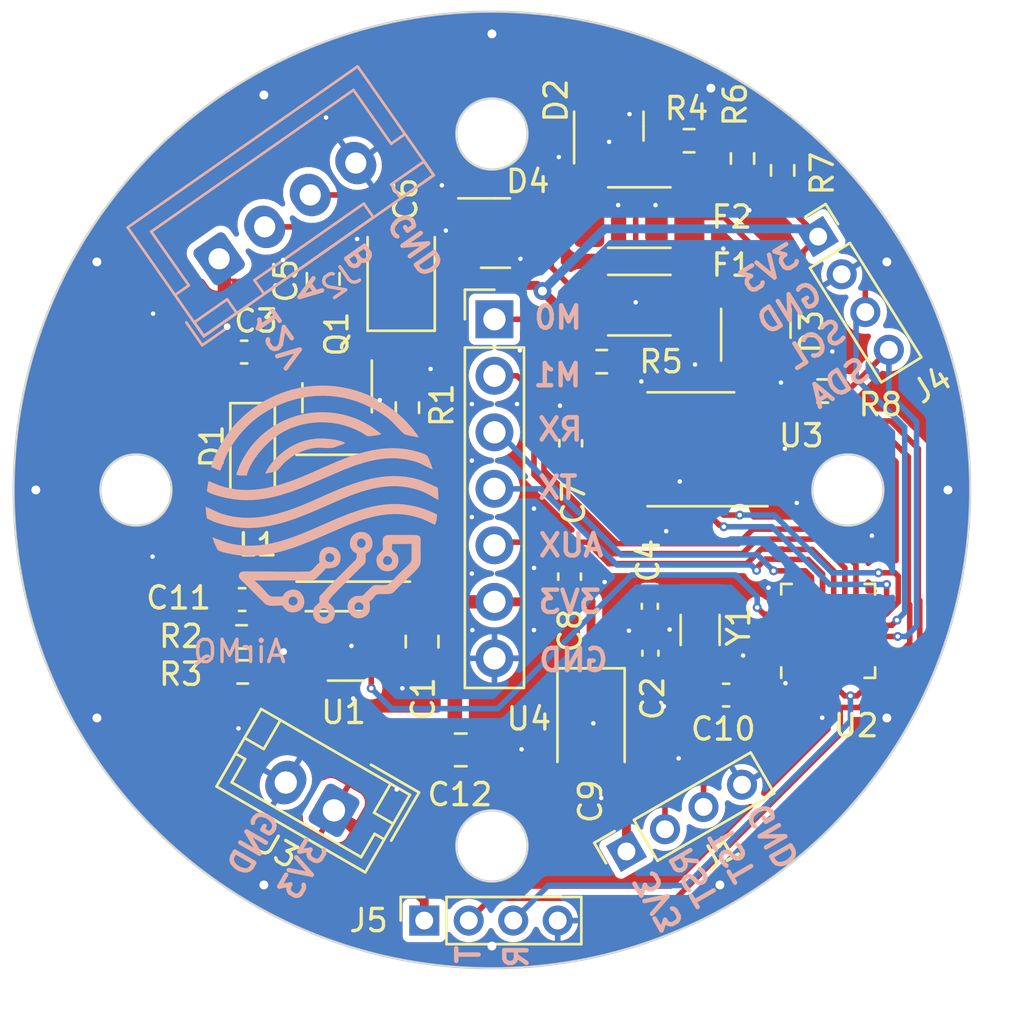
<source format=kicad_pcb>
(kicad_pcb (version 20221018) (generator pcbnew)
  (layers (0 "F.Cu" signal) (31 "B.Cu" signal) (34 "B.Paste" user) (35 "F.Paste" user) (36 "B.SilkS" user "B.Silkscreen") (37 "F.SilkS" user "F.Silkscreen") (38 "B.Mask" user) (39 "F.Mask" user) (44 "Edge.Cuts" user))
  (net 0 "")
  (net 1 "Net-(D1-K)")
  (net 2 "GND")
  (net 3 "Net-(D1-A)")
  (net 4 "/TEST")
  (net 5 "/RST")
  (net 6 "+3V3")
  (net 7 "Net-(Q1-G)")
  (net 8 "Net-(U1-FB)")
  (net 9 "/RX0")
  (net 10 "/TX0")
  (net 11 "/TX1")
  (net 12 "/RX1")
  (net 13 "/AUX")
  (net 14 "/M1")
  (net 15 "/M0")
  (net 16 "+12V")
  (net 17 "/A")
  (net 18 "/B")
  (net 19 "/EN")
  (net 20 "Net-(U2-XIN_P2-1)")
  (net 21 "Net-(U2-XOUT_P2-0)")
  (net 26 "/SDA")
  (net 28 "/SCL")
  (net 31 "Net-(J2-Pin_2)")
  (net 32 "Net-(J2-Pin_3)")
  (net 33 "/DE")
  (net 34 "/~{RE}")
  (footprint "AirMQ_FP:Inductor_0530" (layer "F.Cu") (at 143.7682 101.2698 180)
    (fp_text reference "L1")
    (fp_text value "4.7uH")
  )
  (footprint "Connector_JST:JST_EH_B2B-EH-A_1x02_P2.50mm_Vertical" (layer "F.Cu") (at 142.9004 114.4016 150)
    (fp_text reference "J3")
    (fp_text value "Conn_01x02")
  )
  (footprint "Connector_PinHeader_2.54mm:PinHeader_1x07_P2.54mm_Vertical" (layer "F.Cu") (at 150.114 92.329)
    (fp_text reference "U4")
    (fp_text value "E220-900T22D" hide)
  )
  (footprint "Capacitor_Tantalum_SMD:CP_EIA-3528-21_Kemet-B" (layer "F.Cu") (at 154.4574 110.4765 -90)
    (fp_text reference "C9")
    (fp_text value "220uF")
  )
  (footprint "Connector_PinSocket_2.00mm:PinSocket_1x04_P2.00mm_Vertical" (layer "F.Cu") (at 146.9588 119.3546 90)
    (fp_text reference "J5")
    (fp_text value "Conn_01x04")
  )
  (footprint "Package_TO_SOT_SMD:SOT-23" (layer "F.Cu") (at 161.864 92.5091 90)
    (fp_text reference "D3")
    (fp_text value "SM712")
  )
  (footprint "Capacitor_SMD:C_0805_2012Metric" (layer "F.Cu") (at 142.4178 90.5154 90)
    (fp_text reference "C5")
    (fp_text value "22uF")
  )
  (footprint "Capacitor_SMD:C_0805_2012Metric" (layer "F.Cu") (at 148.6002 111.6838)
    (fp_text reference "C12")
    (fp_text value "10uF")
  )
  (footprint "Connector_PinSocket_2.00mm:PinSocket_1x04_P2.00mm_Vertical" (layer "F.Cu") (at 164.663684 88.612311 32)
    (fp_text reference "J4")
    (fp_text value "Conn_01x04")
  )
  (footprint "Package_SO:SOIC-8_3.9x4.9mm_P1.27mm" (layer "F.Cu") (at 158.942 98.171 180)
    (fp_text reference "U3")
    (fp_text value "SP3485EN")
  )
  (footprint "Resistor_SMD:R_0603_1608Metric" (layer "F.Cu") (at 154.94 94.234 180)
    (fp_text reference "R5")
    (fp_text value "10k")
  )
  (footprint "Resistor_SMD:R_0603_1608Metric" (layer "F.Cu") (at 158.8638 84.3026)
    (fp_text reference "R4")
    (fp_text value "120")
  )
  (footprint "Capacitor_SMD:C_0603_1608Metric" (layer "F.Cu") (at 153.543 97.904 90)
    (fp_text reference "C7")
    (fp_text value "100nF")
  )
  (footprint "Capacitor_SMD:C_0603_1608Metric" (layer "F.Cu") (at 160.528 109.22 180)
    (fp_text reference "C10")
    (fp_text value "100nF")
  )
  (footprint "Resistor_SMD:R_0603_1608Metric" (layer "F.Cu") (at 138.7988 108.1786)
    (fp_text reference "R3")
    (fp_text value "180k" hide)
  )
  (footprint "Capacitor_SMD:C_0805_2012Metric" (layer "F.Cu") (at 146.8628 106.8172 -90)
    (fp_text reference "C1")
    (fp_text value "22uF")
  )
  (footprint "Diode_SMD:D_SOD-123" (layer "F.Cu") (at 139.2428 98.457 -90)
    (fp_text reference "D1")
    (fp_text value "MBR0530")
  )
  (footprint "Crystal:Crystal_SMD_3215-2Pin_3.2x1.5mm" (layer "F.Cu") (at 159.3596 106.2936 -90)
    (fp_text reference "Y1")
    (fp_text value "Crystal_GND24")
  )
  (footprint "Resistor_SMD:R_0603_1608Metric" (layer "F.Cu") (at 161.2646 85.1022 -90)
    (fp_text reference "R6")
    (fp_text value "10k")
  )
  (footprint "Package_DFN_QFN:Texas_RGE0024H_EP2.7x2.7mm" (layer "F.Cu") (at 165.1146 106.3352 90)
    (fp_text reference "U2")
    (fp_text value "MSP430FR2433IRGET")
  )
  (footprint "Package_TO_SOT_SMD:SOT-23-5" (layer "F.Cu") (at 143.4283 107.0102)
    (fp_text reference "U1")
    (fp_text value "TPS61040DBV" hide)
  )
  (footprint "Fuse:Fuse_2010_5025Metric" (layer "F.Cu") (at 156.627 91.694 180)
    (fp_text reference "F1")
    (fp_text value "11")
  )
  (footprint "Capacitor_SMD:C_0402_1005Metric" (layer "F.Cu") (at 157.099 105.2296 90)
    (fp_text reference "C4")
    (fp_text value "12pF")
  )
  (footprint "Fuse:Fuse_2010_5025Metric" (layer "F.Cu") (at 156.627 87.757 180)
    (fp_text reference "F2")
    (fp_text value "11")
  )
  (footprint "Resistor_SMD:R_0603_1608Metric" (layer "F.Cu") (at 164.8714 95.5548 180)
    (fp_text reference "R8")
    (fp_text value "10k")
  )
  (footprint "Resistor_SMD:R_0603_1608Metric" (layer "F.Cu") (at 146.2024 96.3036 90)
    (fp_text reference "R1")
    (fp_text value "100" hide)
  )
  (footprint "Connector_PinSocket_2.00mm:PinSocket_1x04_P2.00mm_Vertical" (layer "F.Cu") (at 156.047898 116.2492 120)
    (fp_text reference "J1")
    (fp_text value "Conn_01x04" hide)
  )
  (footprint "Capacitor_Tantalum_SMD:CP_EIA-3528-21_Kemet-B" (layer "F.Cu") (at 145.923 90.3851 90)
    (fp_text reference "C6")
    (fp_text value "47uF")
  )
  (footprint "Package_TO_SOT_SMD:SOT-23" (layer "F.Cu") (at 155.255 83.6445 90)
    (fp_text reference "D2")
    (fp_text value "SM12")
  )
  (footprint "Capacitor_SMD:C_0603_1608Metric" (layer "F.Cu") (at 138.8618 93.8022 180)
    (fp_text reference "C3")
    (fp_text value "10uF" hide)
  )
  (footprint "Capacitor_SMD:C_0603_1608Metric" (layer "F.Cu") (at 138.7726 104.9274)
    (fp_text reference "C11")
    (fp_text value "22pF")
  )
  (footprint "Resistor_SMD:R_0603_1608Metric" (layer "F.Cu") (at 163.068 85.6366 -90)
    (fp_text reference "R7")
    (fp_text value "10k")
  )
  (footprint "Capacitor_SMD:C_0402_1005Metric" (layer "F.Cu") (at 157.1244 107.3378 -90)
    (fp_text reference "C2")
    (fp_text value "12pF")
  )
  (footprint "Package_TO_SOT_SMD:SOT-23" (layer "F.Cu") (at 143.0426 95.8573 -90)
    (fp_text reference "Q1")
    (fp_text value "Si2371EDS" hide)
  )
  (footprint "Resistor_SMD:R_0603_1608Metric" (layer "F.Cu") (at 138.748 106.6038 180)
    (fp_text reference "R2")
    (fp_text value "1.6M" hide)
  )
  (footprint "Capacitor_SMD:C_0603_1608Metric" (layer "F.Cu") (at 153.4922 103.8984 90)
    (fp_text reference "C8")
    (fp_text value "100nF")
  )
  (footprint "Package_TO_SOT_SMD:SOT-23" (layer "F.Cu") (at 150.1625 88.453)
    (fp_text reference "D4")
    (fp_text value "SM12")
  )
  (footprint "Connector_JST:JST_XH_B4B-XH-A_1x04_P2.50mm_Vertical" (layer "B.Cu") (at 137.73784 89.608882 35)
    (fp_text reference "J2")
    (fp_text value "Conn_01x04" hide)
  )
  (footprint "AirMQ_FP:AirMQ_Logo_01" (layer "B.Cu") (at 142.425574 100.882169 180)
    (fp_text reference "586" hide)
    (fp_text value "AirMQ_Logo")
  )
  (gr_circle (center 166 100) (end 167.6 100) (stroke (width 0.1)) (fill none) (layer "Edge.Cuts"))
  (gr_circle (center 150 116) (end 151.6 116) (stroke (width 0.1)) (fill none) (layer "Edge.Cuts"))
  (gr_circle (center 150 84) (end 151.6 84) (stroke (width 0.1)) (fill none) (layer "Edge.Cuts"))
  (gr_circle (center 150 100) (end 171.5 100) (stroke (width 0.1)) (fill none) (layer "Edge.Cuts"))
  (gr_circle (center 134 100) (end 135.6 100) (stroke (width 0.1)) (fill none) (layer "Edge.Cuts"))
  (gr_text "GND" (at 165.1 91.44 32) (layer "B.SilkS") (effects (font (size 1 1) (thickness 0.2) bold) (justify left bottom mirror)))
  (gr_text "3V3" (at 157.2514 116.8908 120) (layer "B.SilkS") (effects (font (size 1 1) (thickness 0.2) bold) (justify left bottom mirror)))
  (gr_text "GND" (at 162.3314 113.8174 120) (layer "B.SilkS") (effects (font (size 1 1) (thickness 0.2) bold) (justify left bottom mirror)))
  (gr_text "SCL" (at 166.1668 93.1418 32) (layer "B.SilkS") (effects (font (size 1 1) (thickness 0.2) bold) (justify left bottom mirror)))
  (gr_text "3V3" (at 142.7734 116.0526 60) (layer "B.SilkS") (effects (font (size 1 1) (thickness 0.2) bold) (justify left bottom mirror)))
  (gr_text "SDA" (at 167.2336 94.869 32) (layer "B.SilkS") (effects (font (size 1 1) (thickness 0.2) bold) (justify left bottom mirror)))
  (gr_text "R" (at 151.6888 120.3198 90) (layer "B.SilkS") (effects (font (size 1 1) (thickness 0.2) bold) (justify left bottom mirror)))
  (gr_text "3V3" (at 164.0586 89.7636 32) (layer "B.SilkS") (effects (font (size 1 1) (thickness 0.2) bold) (justify left bottom mirror)))
  (gr_text "AUX" (at 155.1178 103.0732) (layer "B.SilkS") (effects (font (size 1 1) (thickness 0.2) bold) (justify left bottom mirror)))
  (gr_text "RX" (at 154.178 97.8662) (layer "B.SilkS") (effects (font (size 1 1) (thickness 0.2) bold) (justify left bottom mirror)))
  (gr_text "B" (at 144.1704 88.646 125) (layer "B.SilkS") (effects (font (size 1 1) (thickness 0.2) bold) (justify left bottom mirror)))
  (gr_text "A" (at 141.9606 90.2208 125) (layer "B.SilkS") (effects (font (size 1 1) (thickness 0.2) bold) (justify left bottom mirror)))
  (gr_text "RST" (at 158.8516 115.7986 120) (layer "B.SilkS") (effects (font (size 1 1) (thickness 0.2) bold) (justify left bottom mirror)))
  (gr_text "GND" (at 140.6398 114.7318 60) (layer "B.SilkS") (effects (font (size 1 1) (thickness 0.2) bold) (justify left bottom mirror)))
  (gr_text "TX" (at 153.9494 100.4824) (layer "B.SilkS") (effects (font (size 1 1) (thickness 0.2) bold) (justify left bottom mirror)))
  (gr_text "GND" (at 146.1262 87.249 125) (layer "B.SilkS") (effects (font (size 1 1) (thickness 0.2) bold) (justify left bottom mirror)))
  (gr_text "GND" (at 155.321 108.2294) (layer "B.SilkS") (effects (font (size 1 1) (thickness 0.2) bold) (justify left bottom mirror)))
  (gr_text "M1" (at 154.1272 95.4278) (layer "B.SilkS") (effects (font (size 1 1) (thickness 0.2) bold) (justify left bottom mirror)))
  (gr_text "3V3" (at 155.0162 105.6132) (layer "B.SilkS") (effects (font (size 1 1) (thickness 0.2) bold) (justify left bottom mirror)))
  (gr_text "M0" (at 154.1526 92.837) (layer "B.SilkS") (effects (font (size 1 1) (thickness 0.2) bold) (justify left bottom mirror)))
  (gr_text "TST" (at 160.655 114.9096 120) (layer "B.SilkS") (effects (font (size 1 1) (thickness 0.2) bold) (justify left bottom mirror)))
  (gr_text "T" (at 149.5298 120.3706 90) (layer "B.SilkS") (effects (font (size 1 1) (thickness 0.2) bold) (justify left bottom mirror)))
  (gr_text "12V" (at 140.0556 91.5924 125) (layer "B.SilkS") (effects (font (size 1 1) (thickness 0.2) bold) (justify left bottom mirror)))
  (segment (start 153.0604 96.2152) (end 153.543 96.6978) (width 0.25) (layer "F.Cu") (net 2))
  (segment (start 138.0868 92.6722) (end 138.0998 92.6592) (width 0.25) (layer "F.Cu") (net 2))
  (segment (start 163.8646 104.3727) (end 163.8896 104.3977) (width 0.25) (layer "F.Cu") (net 2))
  (segment (start 163.1521 107.0852) (end 164.3646 107.0852) (width 0.25) (layer "F.Cu") (net 2))
  (segment (start 163.8896 104.3977) (end 163.8896 105.1102) (width 0.25) (layer "F.Cu") (net 2))
  (segment (start 164.3646 107.0852) (end 165.1146 106.3352) (width 0.25) (layer "F.Cu") (net 2))
  (segment (start 138.0868 93.8022) (end 138.0868 92.6722) (width 0.25) (layer "F.Cu") (net 2))
  (segment (start 162.4596 107.0852) (end 162.2044 107.3404) (width 0.25) (layer "F.Cu") (net 2))
  (segment (start 163.1521 107.0852) (end 162.4596 107.0852) (width 0.25) (layer "F.Cu") (net 2))
  (segment (start 153.543 96.6978) (end 153.543 97.129) (width 0.25) (layer "F.Cu") (net 2))
  (segment (start 163.8896 105.1102) (end 165.1146 106.3352) (width 0.25) (layer "F.Cu") (net 2))
  (via (at 138.0998 92.6592) (size 0.6) (drill 0.3) (layers "F.Cu" "B.Cu") (net 2))
  (via (at 167.0812 102.0572) (size 0.4) (drill 0.2) (layers "F.Cu" "B.Cu") (net 2))
  (via (at 145.7198 113.4618) (size 0.4) (drill 0.2) (layers "F.Cu" "B.Cu") (net 2))
  (via (at 153.0096 85.0392) (size 0.4) (drill 0.2) (layers "F.Cu" "B.Cu") (net 2))
  (via (at 167.753521 89.75) (size 0.8) (drill 0.4) (layers "F.Cu" "B.Cu") (net 2))
  (via (at 143.6878 107.0102) (size 0.4) (drill 0.2) (layers "F.Cu" "B.Cu") (net 2))
  (via (at 134.7724 92.075) (size 0.4) (drill 0.2) (layers "F.Cu" "B.Cu") (net 2))
  (via (at 167.753521 110.25) (size 0.8) (drill 0.4) (layers "F.Cu" "B.Cu") (net 2))
  (via (at 160.25 117.753521) (size 0.8) (drill 0.4) (layers "F.Cu" "B.Cu") (net 2))
  (via (at 150 120.5) (size 0.8) (drill 0.4) (layers "F.Cu" "B.Cu") (net 2))
  (via (at 140.6398 107.2642) (size 0.6) (drill 0.3) (layers "F.Cu" "B.Cu") (net 2))
  (via (at 156.718 95.123) (size 0.4) (drill 0.2) (layers "F.Cu" "B.Cu") (net 2))
  (via (at 154.559 110.49) (size 0.4) (drill 0.2) (layers "F.Cu" "B.Cu") (net 2))
  (via (at 149.1234 106.299) (size 0.4) (drill 0.2) (layers "F.Cu" "B.Cu") (net 2))
  (via (at 151.892 106.299) (size 0.4) (drill 0.2) (layers "F.Cu" "B.Cu") (net 2))
  (via (at 156.1592 106.3244) (size 0.4) (drill 0.2) (layers "F.Cu" "B.Cu") (net 2))
  (via (at 142.5448 83.2612) (size 0.4) (drill 0.2) (layers "F.Cu" "B.Cu") (net 2))
  (via (at 160.401 89.154) (size 0.4) (drill 0.2) (layers "F.Cu" "B.Cu") (net 2))
  (via (at 154.9146 113.8428) (size 0.4) (drill 0.2) (layers "F.Cu" "B.Cu") (net 2))
  (via (at 147.2438 94.5642) (size 0.4) (drill 0.2) (layers "F.Cu" "B.Cu") (net 2))
  (via (at 132.246479 110.25) (size 0.8) (drill 0.4) (layers "F.Cu" "B.Cu") (net 2))
  (via (at 147.7518 86.3092) (size 0.4) (drill 0.2) (layers "F.Cu" "B.Cu") (net 2))
  (via (at 144.9578 95.9612) (size 0.4) (drill 0.2) (layers "F.Cu" "B.Cu") (net 2))
  (via (at 145.9738 108.9152) (size 0.4) (drill 0.2) (layers "F.Cu" "B.Cu") (net 2))
  (via (at 158.4452 99.6188) (size 0.4) (drill 0.2) (layers "F.Cu" "B.Cu") (net 2))
  (via (at 143.764 109.3724) (size 0.4) (drill 0.2) (layers "F.Cu" "B.Cu") (net 2))
  (via (at 156.464 91.567) (size 0.4) (drill 0.2) (layers "F.Cu" "B.Cu") (net 2))
  (via (at 151.892 100.838) (size 0.4) (drill 0.2) (layers "F.Cu" "B.Cu") (net 2))
  (via (at 153.0604 96.2152) (size 0.4) (drill 0.2) (layers "F.Cu" "B.Cu") (net 2))
  (via (at 164.846 110.236) (size 0.4) (drill 0.2) (layers "F.Cu" "B.Cu") (net 2))
  (via (at 163.703 100.584) (size 0.4) (drill 0.2) (layers "F.Cu" "B.Cu") (net 2))
  (via (at 159.8422 81.9404) (size 0.8) (drill 0.4) (layers "F.Cu" "B.Cu") (net 2))
  (via (at 139.75 82.246479) (size 0.8) (drill 0.4) (layers "F.Cu" "B.Cu") (net 2))
  (via (at 155.6766 87.1982) (size 0.4) (drill 0.2) (layers "F.Cu" "B.Cu") (net 2))
  (via (at 149.098 103.759) (size 0.4) (drill 0.2) (layers "F.Cu" "B.Cu") (net 2))
  (via (at 157.353 87.1982) (size 0.4) (drill 0.2) (layers "F.Cu" "B.Cu") (net 2))
  (via (at 163.1696 98.1456) (size 0.4) (drill 0.2) (layers "F.Cu" "B.Cu") (net 2))
  (via (at 159.131 94.361) (size 0.4) (drill 0.2) (layers "F.Cu" "B.Cu") (net 2))
  (via (at 156.1846 83.1088) (size 0.4) (drill 0.2) (layers "F.Cu" "B.Cu") (net 2))
  (via (at 157.8356 101.854) (size 0.4) (drill 0.2) (layers "F.Cu" "B.Cu") (net 2))
  (via (at 132.246479 89.75) (size 0.8) (drill 0.4) (layers "F.Cu" "B.Cu") (net 2))
  (via (at 155.2702 84.3534) (size 0.4) (drill 0.2) (layers "F.Cu" "B.Cu") (net 2))
  (via (at 150 79.5) (size 0.8) (drill 0.4) (layers "F.Cu" "B.Cu") (net 2))
  (via (at 162.433 104.394) (size 0.4) (drill 0.2) (layers "F.Cu" "B.Cu") (net 2))
  (via (at 138.6078 110.7186) (size 0.4) (drill 0.2) (layers "F.Cu" "B.Cu") (net 2))
  (via (at 158.3944 112.0648) (size 0.4) (drill 0.2) (layers "F.Cu" "B.Cu") (net 2))
  (via (at 155.067 104.14) (size 0.4) (drill 0.2) (layers "F.Cu" "B.Cu") (net 2))
  (via (at 149.098 98.679) (size 0.4) (drill 0.2) (layers "F.Cu" "B.Cu") (net 2))
  (via (at 151.3332 111.6584) (size 0.4) (drill 0.2) (layers "F.Cu" "B.Cu") (net 2))
  (via (at 157.734 109.728) (size 0.4) (drill 0.2) (layers "F.Cu" "B.Cu") (net 2))
  (via (at 140.6144 89.662) (size 0.4) (drill 0.2) (layers "F.Cu" "B.Cu") (net 2))
  (via (at 149.098 96.139) (size 0.4) (drill 0.2) (layers "F.Cu" "B.Cu") (net 2))
  (via (at 139.75 117.753521) (size 0.8) (drill 0.4) (layers "F.Cu" "B.Cu") (net 2))
  (via (at 151.13 96.139) (size 0.4) (drill 0.2) (layers "F.Cu" "B.Cu") (net 2))
  (via (at 149.098 101.219) (size 0.4) (drill 0.2) (layers "F.Cu" "B.Cu") (net 2))
  (via (at 157.988 106.2736) (size 0.4) (drill 0.2) (layers "F.Cu" "B.Cu") (net 2))
  (via (at 151.257 93.726) (size 0.4) (drill 0.2) (layers "F.Cu" "B.Cu") (net 2))
  (via (at 129.5 100) (size 0.8) (drill 0.4) (layers "F.Cu" "B.Cu") (net 2))
  (via (at 165.3032 93.7768) (size 0.4) (drill 0.2) (layers "F.Cu" "B.Cu") (net 2))
  (via (at 162.9918 95.1738) (size 0.4) (drill 0.2) (layers "F.Cu" "B.Cu") (net 2))
  (via (at 134.747 102.997) (size 0.4) (drill 0.2) (layers "F.Cu" "B.Cu") (net 2))
  (via (at 161.29 107.442) (size 0.4) (drill 0.2) (layers "F.Cu" "B.Cu") (net 2))
  (via (at 147.9296 88.3412) (size 0.4) (drill 0.2) (layers "F.Cu" "B.Cu") (net 2))
  (via (at 151.2824 89.6112) (size 0.4) (drill 0.2) (layers "F.Cu" "B.Cu") (net 2))
  (via (at 170.5 100) (size 0.8) (drill 0.4) (layers "F.Cu" "B.Cu") (net 2))
  (via (at 163.195 108.6866) (size 0.4) (drill 0.2) (layers "F.Cu" "B.Cu") (net 2))
  (via (at 151.892 103.505) (size 0.4) (drill 0.2) (layers "F.Cu" "B.Cu") (net 2))
  (via (at 161.5694 87.4268) (size 0.4) (drill 0.2) (layers "F.Cu" "B.Cu") (net 2))
  (via (at 143.9418 88.7222) (size 0.4) (drill 0.2) (layers "F.Cu" "B.Cu") (net 2))
  (segment (start 141.732 99.4918) (end 141.732 103.251) (width 0.25) (layer "F.Cu") (net 3))
  (segment (start 140.0556 101.2698) (end 141.7828 101.2698) (width 0.25) (layer "F.Cu") (net 3))
  (segment (start 161.867192 111.9222) (end 164.3646 109.424792) (width 0.25) (layer "F.Cu") (net 4))
  (segment (start 164.3646 109.424792) (end 164.3646 108.2977) (width 0.25) (layer "F.Cu") (net 4))
  (segment (start 159.512 114.2492) (end 159.512 113.284) (width 0.25) (layer "F.Cu") (net 4))
  (segment (start 160.8738 111.9222) (end 161.867192 111.9222) (width 0.25) (layer "F.Cu") (net 4))
  (segment (start 159.512 113.284) (end 160.8738 111.9222) (width 0.25) (layer "F.Cu") (net 4))
  (segment (start 157.779949 114.203251) (end 160.511 111.4722) (width 0.25) (layer "F.Cu") (net 5))
  (segment (start 160.511 111.4722) (end 161.6794 111.4722) (width 0.25) (layer "F.Cu") (net 5))
  (segment (start 157.779949 115.2492) (end 157.779949 114.203251) (width 0.25) (layer "F.Cu") (net 5))
  (segment (start 161.6794 111.4722) (end 163.8646 109.287) (width 0.25) (layer "F.Cu") (net 5))
  (segment (start 163.8646 109.287) (end 163.8646 108.2977) (width 0.25) (layer "F.Cu") (net 5))
  (segment (start 161.303 109.22) (end 161.9504 109.22) (width 0.25) (layer "F.Cu") (net 6))
  (segment (start 146.9588 118.46) (end 142.9004 114.4016) (width 0.4) (layer "F.Cu") (net 6))
  (segment (start 148.3614 105.029) (end 150.114 105.029) (width 0.6) (layer "F.Cu") (net 6))
  (segment (start 153.1366 105.029) (end 153.4922 104.6734) (width 0.4) (layer "F.Cu") (net 6))
  (segment (start 152.867 91.653) (end 152.867 94.107) (width 0.4) (layer "F.Cu") (net 6))
  (segment (start 154.115 94.234) (end 152.994 94.234) (width 0.4) (layer "F.Cu") (net 6))
  (segment (start 152.867 94.828) (end 154.418 96.379) (width 0.4) (layer "F.Cu") (net 6))
  (segment (start 145.796 99.187) (end 145.796 103.1494) (width 0.25) (layer "F.Cu") (net 6))
  (segment (start 161.9504 109.22) (end 162.3568 108.8136) (width 0.25) (layer "F.Cu") (net 6))
  (segment (start 157.3276 112.3696) (end 157.3276 110.9472) (width 0.4) (layer "F.Cu") (net 6))
  (segment (start 150.114 105.029) (end 153.1366 105.029) (width 0.4) (layer "F.Cu") (net 6))
  (segment (start 154.418 97.804) (end 153.543 98.679) (width 0.4) (layer "F.Cu") (net 6))
  (segment (start 152.867 94.107) (end 152.867 94.828) (width 0.4) (layer "F.Cu") (net 6))
  (segment (start 152.019 90.805) (end 152.867 91.653) (width 0.4) (layer "F.Cu") (net 6))
  (segment (start 146.8628 105.8672) (end 148.3614 105.8672) (width 0.6) (layer "F.Cu") (net 6))
  (segment (start 148.3106 90.805) (end 152.019 90.805) (width 0.4) (layer "F.Cu") (net 6))
  (segment (start 154.418 96.379) (end 154.418 97.804) (width 0.4) (layer "F.Cu") (net 6))
  (segment (start 145.4912 101.219) (end 147.4216 101.219) (width 0.25) (layer "F.Cu") (net 6))
  (segment (start 164.0464 95.5548) (end 163.9824 95.4908) (width 0.25) (layer "F.Cu") (net 6))
  (segment (start 162.364 107.7904) (end 162.390796 107.7904) (width 0.25) (layer "F.Cu") (net 6))
  (segment (start 155.25765 108.966) (end 155.3464 108.966) (width 0.4) (layer "F.Cu") (net 6))
  (segment (start 146.9588 119.3546) (end 146.9588 118.46) (width 0.4) (layer "F.Cu") (net 6))
  (segment (start 155.3464 108.966) (end 157.3276 110.9472) (width 0.4) (layer "F.Cu") (net 6))
  (segment (start 148.3614 105.029) (end 148.3614 110.495) (width 0.6) (layer "F.Cu") (net 6))
  (segment (start 161.303 109.22) (end 161.303 109.9436) (width 0.4) (layer "F.Cu") (net 6))
  (segment (start 162.390796 107.7904) (end 162.595996 107.5852) (width 0.25) (layer "F.Cu") (net 6))
  (segment (start 154.178 100.076) (end 153.543 99.441) (width 0.4) (layer "F.Cu") (net 6))
  (segment (start 162.3568 108.8136) (end 162.3568 107.7976) (width 0.25) (layer "F.Cu") (net 6))
  (segment (start 152.994 94.234) (end 152.867 94.107) (width 0.4) (layer "F.Cu") (net 6))
  (segment (start 154.1272 104.6734) (end 154.4574 105.0036) (width 0.4) (layer "F.Cu") (net 6))
  (segment (start 154.4574 105.0036) (end 154.4574 108.939) (width 0.4) (layer "F.Cu") (net 6))
  (segment (start 163.068 86.4616) (end 163.264 86.6576) (width 0.25) (layer "F.Cu") (net 6))
  (segment (start 148.3614 110.495) (end 147.6298 111.2266) (width 0.6) (layer "F.Cu") (net 6))
  (segment (start 163.068 87.016627) (end 164.663684 88.612311) (width 0.25) (layer "F.Cu") (net 6))
  (segment (start 153.543 99.441) (end 153.543 98.679) (width 0.4) (layer "F.Cu") (net 6))
  (segment (start 148.3614 105.8672) (end 148.3614 105.029) (width 0.6) (layer "F.Cu") (net 6))
  (segment (start 155.1574 109.06625) (end 155.25765 108.966) (width 0.4) (layer "F.Cu") (net 6))
  (segment (start 156.086 100.076) (end 154.178 100.076) (width 0.4) (layer "F.Cu") (net 6))
  (segment (start 156.047898 113.649302) (end 157.3276 112.3696) (width 0.4) (layer "F.Cu") (net 6))
  (segment (start 163.9824 95.4908) (end 163.9824 89.293595) (width 0.25) (layer "F.Cu") (net 6))
  (segment (start 161.303 109.9436) (end 160.2994 110.9472) (width 0.4) (layer "F.Cu") (net 6))
  (segment (start 163.068 86.4616) (end 163.068 87.016627) (width 0.25) (layer "F.Cu") (net 6))
  (segment (start 162.595996 107.5852) (end 163.1521 107.5852) (width 0.25) (layer "F.Cu") (net 6))
  (segment (start 153.4922 104.6734) (end 154.1272 104.6734) (width 0.4) (layer "F.Cu") (net 6))
  (segment (start 148.2598 90.8558) (end 148.3106 90.805) (width 0.4) (layer "F.Cu") (net 6))
  (segment (start 163.9824 89.293595) (end 164.663684 88.612311) (width 0.25) (layer "F.Cu") (net 6))
  (segment (start 162.3568 107.7976) (end 162.364 107.7904) (width 0.25) (layer "F.Cu") (net 6))
  (segment (start 156.047898 116.2492) (end 156.047898 113.649302) (width 0.4) (layer "F.Cu") (net 6))
  (segment (start 160.2994 110.9472) (end 157.3276 110.9472) (width 0.4) (layer "F.Cu") (net 6))
  (segment (start 148.2598 97.4852) (end 148.2598 90.8558) (width 0.4) (layer "F.Cu") (net 6))
  (via (at 152.273 91.059) (size 0.8) (drill 0.4) (layers "F.Cu" "B.Cu") (net 6))
  (segment (start 155.067 88.265) (end 164.316373 88.265) (width 0.4) (layer "B.Cu") (net 6))
  (segment (start 164.316373 88.265) (end 164.663684 88.612311) (width 0.4) (layer "B.Cu") (net 6))
  (segment (start 152.273 91.059) (end 155.067 88.265) (width 0.4) (layer "B.Cu") (net 6))
  (segment (start 146.2278 95.8596) (end 145.288 94.9198) (width 0.25) (layer "F.Cu") (net 7))
  (segment (start 145.288 94.9198) (end 143.9926 94.9198) (width 0.25) (layer "F.Cu") (net 7))
  (segment (start 139.6238 105.0036) (end 139.5476 104.9274) (width 0.25) (layer "F.Cu") (net 8))
  (segment (start 139.6238 108.1786) (end 140.9954 108.1786) (width 0.25) (layer "F.Cu") (net 8))
  (segment (start 141.2138 107.9602) (end 142.2908 107.9602) (width 0.25) (layer "F.Cu") (net 8))
  (segment (start 139.6238 108.1786) (end 139.6238 105.0036) (width 0.25) (layer "F.Cu") (net 8))
  (segment (start 140.9954 108.1786) (end 141.2138 107.9602) (width 0.25) (layer "F.Cu") (net 8))
  (segment (start 167.6146 97.409) (end 164.973 97.409) (width 0.25) (layer "F.Cu") (net 9))
  (segment (start 165.3646 108.758208) (end 165.860692 109.2543) (width 0.25) (layer "F.Cu") (net 9))
  (segment (start 162.306 100.076) (end 161.417 100.076) (width 0.25) (layer "F.Cu") (net 9))
  (segment (start 164.973 97.409) (end 162.306 100.076) (width 0.25) (layer "F.Cu") (net 9))
  (segment (start 168.7166 98.511) (end 167.6146 97.409) (width 0.25) (layer "F.Cu") (net 9))
  (segment (start 165.3646 108.2977) (end 165.3646 108.758208) (width 0.25) (layer "F.Cu") (net 9))
  (segment (start 166.4119 109.2543) (end 168.783 106.8832) (width 0.25) (layer "F.Cu") (net 9))
  (segment (start 165.860692 109.2543) (end 166.4119 109.2543) (width 0.25) (layer "F.Cu") (net 9))
  (segment (start 168.7166 105.092392) (end 168.7166 98.511) (width 0.25) (layer "F.Cu") (net 9))
  (segment (start 168.783 106.8832) (end 168.783 105.158792) (width 0.25) (layer "F.Cu") (net 9))
  (segment (start 168.783 105.158792) (end 168.7166 105.092392) (width 0.25) (layer "F.Cu") (net 9))
  (via (at 166.116 109.2543) (size 0.4) (drill 0.2) (layers "F.Cu" "B.Cu") (net 9))
  (segment (start 158.7246 117.7798) (end 166.116 110.3884) (width 0.25) (layer "B.Cu") (net 9))
  (segment (start 150.9588 119.3546) (end 152.5336 117.7798) (width 0.25) (layer "B.Cu") (net 9))
  (segment (start 166.116 110.3884) (end 166.116 109.2543) (width 0.25) (layer "B.Cu") (net 9))
  (segment (start 152.5336 117.7798) (end 158.7246 117.7798) (width 0.25) (layer "B.Cu") (net 9))
  (segment (start 169.233 107.069596) (end 166.523796 109.7788) (width 0.25) (layer "F.Cu") (net 10))
  (segment (start 158.2768 118.3546) (end 165.6588 110.9726) (width 0.25) (layer "F.Cu") (net 10))
  (segment (start 165.6588 110.9726) (end 165.6588 109.855) (width 0.25) (layer "F.Cu") (net 10))
  (segment (start 164.8646 109.0862) (end 164.8646 108.2977) (width 0.25) (layer "F.Cu") (net 10))
  (segment (start 148.9588 119.3546) (end 149.9588 118.3546) (width 0.25) (layer "F.Cu") (net 10))
  (segment (start 165.6588 109.855) (end 165.735 109.7788) (width 0.25) (layer "F.Cu") (net 10))
  (segment (start 166.523796 109.7788) (end 165.735 109.7788) (width 0.25) (layer "F.Cu") (net 10))
  (segment (start 169.1666 104.905996) (end 169.233 104.972396) (width 0.25) (layer "F.Cu") (net 10))
  (segment (start 163.322 96.901) (end 167.9194 96.901) (width 0.25) (layer "F.Cu") (net 10))
  (segment (start 165.735 109.7788) (end 165.5572 109.7788) (width 0.25) (layer "F.Cu") (net 10))
  (segment (start 149.9588 118.3546) (end 158.2768 118.3546) (width 0.25) (layer "F.Cu") (net 10))
  (segment (start 169.1666 98.1482) (end 169.1666 104.905996) (width 0.25) (layer "F.Cu") (net 10))
  (segment (start 165.5572 109.7788) (end 164.8646 109.0862) (width 0.25) (layer "F.Cu") (net 10))
  (segment (start 161.417 96.266) (end 162.687 96.266) (width 0.25) (layer "F.Cu") (net 10))
  (segment (start 167.9194 96.901) (end 169.1666 98.1482) (width 0.25) (layer "F.Cu") (net 10))
  (segment (start 169.233 104.972396) (end 169.233 107.069596) (width 0.25) (layer "F.Cu") (net 10))
  (segment (start 162.687 96.266) (end 163.322 96.901) (width 0.25) (layer "F.Cu") (net 10))
  (segment (start 164.087608 103.6352) (end 164.3646 103.912192) (width 0.25) (layer "F.Cu") (net 11))
  (segment (start 162.6616 103.6352) (end 164.087608 103.6352) (width 0.25) (layer "F.Cu") (net 11))
  (segment (start 164.3646 103.912192) (end 164.3646 104.3727) (width 0.25) (layer "F.Cu") (net 11))
  (via (at 162.6616 103.6352) (size 0.4) (drill 0.2) (layers "F.Cu" "B.Cu") (net 11))
  (segment (start 155.8036 102.9208) (end 150.2918 97.409) (width 0.25) (layer "B.Cu") (net 11))
  (segment (start 161.9472 102.9208) (end 155.8036 102.9208) (width 0.25) (layer "B.Cu") (net 11))
  (segment (start 150.2918 97.409) (end 150.114 97.409) (width 0.25) (layer "B.Cu") (net 11))
  (segment (start 162.6616 103.6352) (end 161.9472 102.9208) (width 0.25) (layer "B.Cu") (net 11))
  (segment (start 162.2944 103.1102) (end 162.879063 103.1102) (width 0.25) (layer "F.Cu") (net 12))
  (segment (start 162.892863 103.124) (end 164.212804 103.124) (width 0.25) (layer "F.Cu") (net 12))
  (segment (start 161.897302 103.507298) (end 162.2944 103.1102) (width 0.25) (layer "F.Cu") (net 12))
  (segment (start 161.897302 103.612658) (end 161.897302 103.507298) (width 0.25) (layer "F.Cu") (net 12))
  (segment (start 164.212804 103.124) (end 164.8646 103.775796) (width 0.25) (layer "F.Cu") (net 12))
  (segment (start 162.879063 103.1102) (end 162.892863 103.124) (width 0.25) (layer "F.Cu") (net 12))
  (segment (start 164.8646 103.775796) (end 164.8646 104.3727) (width 0.25) (layer "F.Cu") (net 12))
  (via (at 161.897302 103.612658) (size 0.4) (drill 0.2) (layers "F.Cu" "B.Cu") (net 12))
  (segment (start 155.617204 103.3708) (end 152.195404 99.949) (width 0.25) (layer "B.Cu") (net 12))
  (segment (start 161.655444 103.3708) (end 155.617204 103.3708) (width 0.25) (layer "B.Cu") (net 12))
  (segment (start 152.195404 99.949) (end 150.114 99.949) (width 0.25) (layer "B.Cu") (net 12))
  (segment (start 161.897302 103.612658) (end 161.655444 103.3708) (width 0.25) (layer "B.Cu") (net 12))
  (segment (start 150.2546 102.3484) (end 150.114 102.489) (width 0.25) (layer "F.Cu") (net 13))
  (segment (start 164.3992 102.674) (end 163.079259 102.674) (width 0.25) (layer "F.Cu") (net 13))
  (segment (start 163.079259 102.674) (end 163.065459 102.6602) (width 0.25) (layer "F.Cu") (net 13))
  (segment (start 165.3646 104.3727) (end 165.3646 103.6394) (width 0.25) (layer "F.Cu") (net 13))
  (segment (start 154.290004 102.3484) (end 150.2546 102.3484) (width 0.25) (layer "F.Cu") (net 13))
  (segment (start 165.3646 103.6394) (end 164.3992 102.674) (width 0.25) (layer "F.Cu") (net 13))
  (segment (start 162.108004 102.6602) (end 161.455404 103.3128) (width 0.25) (layer "F.Cu") (net 13))
  (segment (start 163.065459 102.6602) (end 162.108004 102.6602) (width 0.25) (layer "F.Cu") (net 13))
  (segment (start 161.455404 103.3128) (end 155.254404 103.3128) (width 0.25) (layer "F.Cu") (net 13))
  (segment (start 155.254404 103.3128) (end 154.290004 102.3484) (width 0.25) (layer "F.Cu") (net 13))
  (segment (start 165.8646 104.3727) (end 165.8646 103.503004) (width 0.25) (layer "F.Cu") (net 14))
  (segment (start 151.13 94.869) (end 150.114 94.869) (width 0.25) (layer "F.Cu") (net 14))
  (segment (start 161.921608 102.2102) (end 161.269008 102.8628) (width 0.25) (layer "F.Cu") (net 14))
  (segment (start 151.892 99.314) (end 151.892 95.631) (width 0.25) (layer "F.Cu") (net 14))
  (segment (start 164.571796 102.2102) (end 161.921608 102.2102) (width 0.25) (layer "F.Cu") (net 14))
  (segment (start 161.269008 102.8628) (end 155.4408 102.8628) (width 0.25) (layer "F.Cu") (net 14))
  (segment (start 155.4408 102.8628) (end 151.892 99.314) (width 0.25) (layer "F.Cu") (net 14))
  (segment (start 151.892 95.631) (end 151.13 94.869) (width 0.25) (layer "F.Cu") (net 14))
  (segment (start 165.8646 103.503004) (end 164.571796 102.2102) (width 0.25) (layer "F.Cu") (net 14))
  (segment (start 166.3646 104.3727) (end 166.3646 103.366608) (width 0.25) (layer "F.Cu") (net 15))
  (segment (start 152.342 93.033) (end 151.638 92.329) (width 0.25) (layer "F.Cu") (net 15))
  (segment (start 152.342 99.127604) (end 152.342 93.033) (width 0.25) (layer "F.Cu") (net 15))
  (segment (start 161.082612 102.4128) (end 155.627196 102.4128) (width 0.25) (layer "F.Cu") (net 15))
  (segment (start 155.627196 102.4128) (end 152.342 99.127604) (width 0.25) (layer "F.Cu") (net 15))
  (segment (start 164.758192 101.7602) (end 161.735212 101.7602) (width 0.25) (layer "F.Cu") (net 15))
  (segment (start 151.638 92.329) (end 150.114 92.329) (width 0.25) (layer "F.Cu") (net 15))
  (segment (start 161.735212 101.7602) (end 161.082612 102.4128) (width 0.25) (layer "F.Cu") (net 15))
  (segment (start 166.3646 103.366608) (end 164.758192 101.7602) (width 0.25) (layer "F.Cu") (net 15))
  (segment (start 146.6088 90.17) (end 147.2438 90.17) (width 0.25) (layer "F.Cu") (net 16))
  (segment (start 147.2438 90.17) (end 148.0108 89.403) (width 0.25) (layer "F.Cu") (net 16))
  (segment (start 145.923 90.8558) (end 146.6088 90.17) (width 0.25) (layer "F.Cu") (net 16))
  (segment (start 137.9728 89.843842) (end 137.9728 91.0082) (width 0.6) (layer "F.Cu") (net 16))
  (segment (start 145.923 91.9226) (end 145.923 90.8558) (width 0.25) (layer "F.Cu") (net 16))
  (segment (start 148.0108 89.403) (end 149.225 89.403) (width 0.25) (layer "F.Cu") (net 16))
  (segment (start 137.73784 89.608882) (end 137.9728 89.843842) (width 0.6) (layer "F.Cu") (net 16))
  (segment (start 154.305 84.582) (end 156.464 86.741) (width 0.25) (layer "F.Cu") (net 17))
  (segment (start 154.305 82.0166) (end 154.305 84.582) (width 0.25) (layer "F.Cu") (net 17))
  (segment (start 154.813 81.5086) (end 154.305 82.0166) (width 0.25) (layer "F.Cu") (net 17))
  (segment (start 160.914 93.4466) (end 160.914 92.1308) (width 0.25) (layer "F.Cu") (net 17))
  (segment (start 156.464 88.9) (end 158.877 91.313) (width 0.25) (layer "F.Cu") (net 17))
  (segment (start 155.7274 81.5086) (end 154.813 81.5086) (width 0.25) (layer "F.Cu") (net 17))
  (segment (start 157.861 97.3582) (end 157.861 94.234) (width 0.25) (layer "F.Cu") (net 17))
  (segment (start 160.4772 91.694) (end 158.877 91.694) (width 0.25) (layer "F.Cu") (net 17))
  (segment (start 156.464 86.741) (end 156.464 88.9) (width 0.25) (layer "F.Cu") (net 17))
  (segment (start 155.765 94.234) (end 157.861 94.234) (width 0.25) (layer "F.Cu") (net 17))
  (segment (start 156.086 97.536) (end 157.6832 97.536) (width 0.25) (layer "F.Cu") (net 17))
  (segment (start 158.877 91.313) (end 158.877 91.694) (width 0.25) (layer "F.Cu") (net 17))
  (segment (start 158.0388 83.82) (end 155.7274 81.5086) (width 0.25) (layer "F.Cu") (net 17))
  (segment (start 160.914 92.1308) (end 160.4772 91.694) (width 0.25) (layer "F.Cu") (net 17))
  (segment (start 157.861 92.71) (end 158.877 91.694) (width 0.25) (layer "F.Cu") (net 17))
  (segment (start 157.861 94.234) (end 157.861 92.71) (width 0.25) (layer "F.Cu") (net 17))
  (segment (start 157.6832 97.536) (end 157.861 97.3582) (width 0.25) (layer "F.Cu") (net 17))
  (segment (start 158.0388 84.3026) (end 158.0388 83.82) (width 0.25) (layer "F.Cu") (net 17))
  (segment (start 156.086 98.806) (end 157.6324 98.806) (width 0.25) (layer "F.Cu") (net 18))
  (segment (start 160.4264 95.4024) (end 161.5948 95.4024) (width 0.25) (layer "F.Cu") (net 18))
  (segment (start 162.814 94.1832) (end 162.814 90.121749) (width 0.25) (layer "F.Cu") (net 18))
  (segment (start 158.866 97.5724) (end 158.866 96.9628) (width 0.25) (layer "F.Cu") (net 18))
  (segment (start 159.6888 84.3026) (end 159.6888 85.7758) (width 0.25) (layer "F.Cu") (net 18))
  (segment (start 161.2646 85.9272) (end 158.9034 85.9272) (width 0.25) (layer "F.Cu") (net 18))
  (segment (start 156.205 85.3644) (end 156.6164 85.7758) (width 0.25) (layer "F.Cu") (net 18))
  (segment (start 158.6992 85.7758) (end 158.3944 85.7758) (width 0.25) (layer "F.Cu") (net 18))
  (segment (start 158.866 96.9628) (end 160.4264 95.4024) (width 0.25) (layer "F.Cu") (net 18))
  (segment (start 162.814 90.121749) (end 160.449251 87.757) (width 0.25) (layer "F.Cu") (net 18))
  (segment (start 156.6164 85.7758) (end 158.3944 85.7758) (width 0.25) (layer "F.Cu") (net 18))
  (segment (start 160.449251 87.757) (end 158.877 87.757) (width 0.25) (layer "F.Cu") (net 18))
  (segment (start 158.496 87.376) (end 158.877 87.757) (width 0.25) (layer "F.Cu") (net 18))
  (segment (start 159.6888 85.7758) (end 158.6992 85.7758) (width 0.25) (layer "F.Cu") (net 18))
  (segment (start 158.6992 85.7758) (end 158.877 85.9536) (width 0.25) (layer "F.Cu") (net 18))
  (segment (start 161.5948 95.4024) (end 162.814 94.1832) (width 0.25) (layer "F.Cu") (net 18))
  (segment (start 158.877 85.9536) (end 158.877 87.757) (width 0.25) (layer "F.Cu") (net 18))
  (segment (start 158.9034 85.9272) (end 158.877 85.9536) (width 0.25) (layer "F.Cu") (net 18))
  (segment (start 157.6324 98.806) (end 158.866 97.5724) (width 0.25) (layer "F.Cu") (net 18))
  (segment (start 158.496 86.873) (end 158.496 87.376) (width 0.25) (layer "F.Cu") (net 18))
  (segment (start 156.205 84.582) (end 156.205 85.3644) (width 0.25) (layer "F.Cu") (net 18))
  (segment (start 144.5768 108.9152) (end 144.5768 107.9712) (width 0.25) (layer "F.Cu") (net 19))
  (segment (start 163.1521 105.5852) (end 162.2272 105.5852) (width 0.25) (layer "F.Cu") (net 19))
  (segment (start 144.5768 107.9712) (end 144.5658 107.9602) (width 0.25) (layer "F.Cu") (net 19))
  (segment (start 162.2272 105.5852) (end 161.925 105.283) (width 0.25) (layer "F.Cu") (net 19))
  (via (at 144.5768 108.9152) (size 0.4) (drill 0.2) (layers "F.Cu" "B.Cu") (net 19))
  (via (at 161.925 105.283) (size 0.4) (drill 0.2) (layers "F.Cu" "B.Cu") (net 19))
  (segment (start 145.4912 109.8296) (end 145.415 109.7534) (width 0.25) (layer "B.Cu") (net 19))
  (segment (start 150.2664 109.8296) (end 145.4912 109.8296) (width 0.25) (layer "B.Cu") (net 19))
  (segment (start 161.925 104.8004) (end 160.9454 103.8208) (width 0.25) (layer "B.Cu") (net 19))
  (segment (start 145.4658 109.8042) (end 144.5768 108.9152) (width 0.25) (layer "B.Cu") (net 19))
  (segment (start 161.925 105.283) (end 161.925 104.8004) (width 0.25) (layer "B.Cu") (net 19))
  (segment (start 160.9454 103.8208) (end 156.2752 103.8208) (width 0.25) (layer "B.Cu") (net 19))
  (segment (start 156.2752 103.8208) (end 150.2664 109.8296) (width 0.25) (layer "B.Cu") (net 19))
  (segment (start 159.3596 107.5436) (end 159.4104 107.5436) (width 0.25) (layer "F.Cu") (net 20))
  (segment (start 159.4104 107.5436) (end 160.3688 106.5852) (width 0.25) (layer "F.Cu") (net 20))
  (segment (start 157.1244 107.8178) (end 159.0854 107.8178) (width 0.25) (layer "F.Cu") (net 20))
  (segment (start 160.3688 106.5852) (end 163.1521 106.5852) (width 0.25) (layer "F.Cu") (net 20))
  (segment (start 159.0854 107.8178) (end 159.3596 107.5436) (width 0.25) (layer "F.Cu") (net 20))
  (segment (start 160.4012 106.0852) (end 159.3596 105.0436) (width 0.25) (layer "F.Cu") (net 21))
  (segment (start 159.0656 104.7496) (end 159.3596 105.0436) (width 0.25) (layer "F.Cu") (net 21))
  (segment (start 157.099 104.7496) (end 159.0656 104.7496) (width 0.25) (layer "F.Cu") (net 21))
  (segment (start 163.1521 106.0852) (end 160.4012 106.0852) (width 0.25) (layer "F.Cu") (net 21))
  (segment (start 168.2428 106.5852) (end 167.0771 106.5852) (width 0.25) (layer "F.Cu") (net 26))
  (segment (start 165.989 95.5548) (end 167.8432 93.7006) (width 0.25) (layer "F.Cu") (net 26))
  (segment (start 165.6964 95.5548) (end 165.989 95.5548) (width 0.25) (layer "F.Cu") (net 26))
  (via (at 168.2428 106.5852) (size 0.4) (drill 0.2) (layers "F.Cu" "B.Cu") (net 26))
  (segment (start 169.0878 105.277137) (end 169.0878 96.9264) (width 0.25) (layer "B.Cu") (net 26))
  (segment (start 169.0921 106.1169) (end 169.0921 105.281437) (width 0.25) (layer "B.Cu") (net 26))
  (segment (start 167.8432 95.6818) (end 167.8432 93.7006) (width 0.25) (layer "B.Cu") (net 26))
  (segment (start 168.6238 106.5852) (end 169.0921 106.1169) (width 0.25) (layer "B.Cu") (net 26))
  (segment (start 169.0878 96.9264) (end 167.8432 95.6818) (width 0.25) (layer "B.Cu") (net 26))
  (segment (start 169.0921 105.281437) (end 169.0878 105.277137) (width 0.25) (layer "B.Cu") (net 26))
  (segment (start 168.2428 106.5852) (end 168.6238 106.5852) (width 0.25) (layer "B.Cu") (net 26))
  (segment (start 166.783361 92.004503) (end 166.783361 88.526961) (width 0.25) (layer "F.Cu") (net 28))
  (segment (start 167.974514 106.0852) (end 167.0771 106.0852) (width 0.25) (layer "F.Cu") (net 28))
  (segment (start 166.783361 88.526961) (end 163.068 84.8116) (width 0.25) (layer "F.Cu") (net 28))
  (segment (start 168.208357 105.851357) (end 167.974514 106.0852) (width 0.25) (layer "F.Cu") (net 28))
  (via (at 168.208357 105.851357) (size 0.4) (drill 0.2) (layers "F.Cu" "B.Cu") (net 28))
  (segment (start 166.37 92.417864) (end 166.783361 92.004503) (width 0.25) (layer "B.Cu") (net 28))
  (segment (start 168.5544 105.505314) (end 168.5544 97.1804) (width 0.25) (layer "B.Cu") (net 28))
  (segment (start 166.37 94.996) (end 166.37 92.417864) (width 0.25) (layer "B.Cu") (net 28))
  (segment (start 168.208357 105.851357) (end 168.5544 105.505314) (width 0.25) (layer "B.Cu") (net 28))
  (segment (start 168.5544 97.1804) (end 166.37 94.996) (width 0.25) (layer "B.Cu") (net 28))
  (segment (start 150.456451 87.3252) (end 150.009251 86.878) (width 0.25) (layer "F.Cu") (net 31))
  (segment (start 148.440749 86.878) (end 147.866549 87.4522) (width 0.25) (layer "F.Cu") (net 31))
  (segment (start 152.6705 88.614249) (end 151.381451 87.3252) (width 0.25) (layer "F.Cu") (net 31))
  (segment (start 152.6705 89.9875) (end 152.6705 88.614249) (width 0.25) (layer "F.Cu") (net 31))
  (segment (start 143.219059 88.174941) (end 139.78572 88.174941) (width 0.25) (layer "F.Cu") (net 31))
  (segment (start 147.866549 87.4522) (end 143.9418 87.4522) (width 0.25) (layer "F.Cu") (net 31))
  (segment (start 150.009251 86.878) (end 148.440749 86.878) (width 0.25) (layer "F.Cu") (net 31))
  (segment (start 143.9418 87.4522) (end 143.219059 88.174941) (width 0.25) (layer "F.Cu") (net 31))
  (segment (start 154.377 91.694) (end 152.6705 89.9875) (width 0.25) (layer "F.Cu") (net 31))
  (segment (start 151.381451 87.3252) (end 150.7744 87.3252) (width 0.25) (layer "F.Cu") (net 31))
  (segment (start 150.843051 87.3252) (end 150.456451 87.3252) (width 0.25) (layer "F.Cu") (net 31))
  (segment (start 153.68 83.286) (end 151.547 81.153) (width 0.25) (layer "F.Cu") (net 32))
  (segment (start 147.193 82.55) (end 147.193 85.598) (width 0.25) (layer "F.Cu") (net 32))
  (segment (start 146.05 86.741) (end 141.8336 86.741) (width 0.25) (layer "F.Cu") (net 32))
  (segment (start 154.377 87.757) (end 153.68 87.06) (width 0.25) (layer "F.Cu") (net 32))
  (segment (start 148.59 81.153) (end 147.193 82.55) (width 0.25) (layer "F.Cu") (net 32))
  (segment (start 151.547 81.153) (end 148.59 81.153) (width 0.25) (layer "F.Cu") (net 32))
  (segment (start 153.68 87.06) (end 153.68 83.286) (width 0.25) (layer "F.Cu") (net 32))
  (segment (start 147.193 85.598) (end 146.05 86.741) (width 0.25) (layer "F.Cu") (net 32))
  (segment (start 160.3519 101.5795) (end 160.226704 101.5795) (width 0.25) (layer "F.Cu") (net 33))
  (segment (start 167.5838 105.0852) (end 167.0771 105.0852) (width 0.25) (layer "F.Cu") (net 33))
  (segment (start 159.316 97.8844) (end 159.6644 97.536) (width 0.25) (layer "F.Cu") (net 33))
  (segment (start 160.4264 101.654) (end 160.3519 101.5795) (width 0.25) (layer "F.Cu") (net 33))
  (segment (start 159.316 100.668796) (end 159.316 97.8844) (width 0.25) (layer "F.Cu") (net 33))
  (segment (start 167.7416 104.2481) (end 167.7416 104.9274) (width 0.25) (layer "F.Cu") (net 33))
  (segment (start 167.7416 104.9274) (end 167.5838 105.0852) (width 0.25) (layer "F.Cu") (net 33))
  (segment (start 160.226704 101.5795) (end 159.316 100.668796) (width 0.25) (layer "F.Cu") (net 33))
  (segment (start 159.639 97.536) (end 161.036 97.536) (width 0.25) (layer "F.Cu") (net 33))
  (via (at 160.4264 101.654) (size 0.4) (drill 0.2) (layers "F.Cu" "B.Cu") (net 33))
  (via (at 167.7416 104.2481) (size 0.4) (drill 0.2) (layers "F.Cu" "B.Cu") (net 33))
  (segment (start 160.4264 101.654) (end 162.587204 101.654) (width 0.25) (layer "B.Cu") (net 33))
  (segment (start 162.587204 101.654) (end 165.181304 104.2481) (width 0.25) (layer "B.Cu") (net 33))
  (segment (start 165.181304 104.2481) (end 167.7416 104.2481) (width 0.25) (layer "B.Cu") (net 33))
  (segment (start 167.720196 105.5852) (end 167.0771 105.5852) (width 0.25) (layer "F.Cu") (net 34))
  (segment (start 167.374913 103.7231) (end 168.111963 103.7231) (width 0.25) (layer "F.Cu") (net 34))
  (segment (start 161.1376 101.1295) (end 160.4131 101.1295) (width 0.25) (layer "F.Cu") (net 34))
  (segment (start 167.375413 103.7236) (end 167.374913 103.7231) (width 0.25) (layer "F.Cu") (net 34))
  (segment (start 168.111963 103.7231) (end 168.2666 103.877737) (width 0.25) (layer "F.Cu") (net 34))
  (segment (start 159.766 100.4824) (end 159.766 99.1108) (width 0.25) (layer "F.Cu") (net 34))
  (segment (start 160.0708 98.806) (end 161.417 98.806) (width 0.25) (layer "F.Cu") (net 34))
  (segment (start 168.2666 103.877737) (end 168.2666 105.038796) (width 0.25) (layer "F.Cu") (net 34))
  (segment (start 160.4131 101.1295) (end 159.766 100.4824) (width 0.25) (layer "F.Cu") (net 34))
  (segment (start 168.2666 105.038796) (end 167.720196 105.5852) (width 0.25) (layer "F.Cu") (net 34))
  (segment (start 159.766 99.1108) (end 160.0708 98.806) (width 0.25) (layer "F.Cu") (net 34))
  (via (at 167.375413 103.7236) (size 0.4) (drill 0.2) (layers "F.Cu" "B.Cu") (net 34))
  (via (at 161.1376 101.1295) (size 0.4) (drill 0.2) (layers "F.Cu" "B.Cu") (net 34))
  (segment (start 167.375413 103.7236) (end 165.2932 103.7236) (width 0.25) (layer "B.Cu") (net 34))
  (segment (start 165.2932 103.7236) (end 162.6991 101.1295) (width 0.25) (layer "B.Cu") (net 34))
  (segment (start 162.6991 101.1295) (end 161.1376 101.1295) (width 0.25) (layer "B.Cu") (net 34))
  (zone (net 6) (net_name "+3V3") (layer "F.Cu") (name "A2") (priority 3) (connect_pads (clearance 0.3)) (min_thickness 0.25) (fill yes (thermal_gap 0.25) (thermal_bridge_width 0.25) (island_removal_mode 1) (island_area_min 10))
    (polygon (pts (xy 144.3228 106.5022) (xy 144.3228 96.8502) (xy 148.5138 96.8502) (xy 148.5138 106.5022)))
  )
  (zone (net 3) (net_name "Net-(D1-A)") (layer "F.Cu") (name "A1") (priority 3) (connect_pads (clearance 0.3)) (min_thickness 0.25) (fill yes (thermal_gap 0.25) (thermal_bridge_width 0.25) (island_removal_mode 1) (island_area_min 10))
    (polygon (pts (xy 143.3068 106.5022) (xy 140.2588 106.5022) (xy 140.2588 103.7082) (xy 137.7696 103.7082) (xy 137.7696 98.3742) (xy 143.3068 98.3742)))
  )
  (zone (net 1) (net_name "Net-(D1-K)") (layer "F.Cu") (name "K1") (priority 3) (connect_pads (clearance 0.3)) (min_thickness 0.25) (fill yes (thermal_gap 0.25) (thermal_bridge_width 0.25) (island_removal_mode 1) (island_area_min 10))
    (polygon (pts (xy 137.7696 98.0694) (xy 137.7696 93.091) (xy 142.367 93.091) (xy 142.367 98.0694) (xy 141.5288 98.0694)))
  )
  (zone (net 16) (net_name "+12V") (layer "F.Cu") (name "+12V") (priority 3) (connect_pads (clearance 0.3)) (min_thickness 0.25) (fill yes (thermal_gap 0.25) (thermal_bridge_width 0.25) (island_removal_mode 1) (island_area_min 10))
    (polygon (pts (xy 143.4338 93.8022) (xy 148.0058 93.8022) (xy 148.0058 90.5002) (xy 135.8138 90.5002) (xy 135.8138 107.0102) (xy 138.4808 107.0102) (xy 138.4808 104.0892) (xy 137.4648 104.0892) (xy 137.4648 92.7862) (xy 142.6718 92.7862) (xy 142.6718 97.6122) (xy 143.4338 97.6122)))
  )
  (zone (net 0) (net_name "") (layer "F.Cu") (name "Fr") (connect_pads (clearance 0)) (min_thickness 0.25)
    (keepout (tracks not_allowed) (vias not_allowed) (pads not_allowed) (copperpour not_allowed) (footprints allowed))
    (fill (thermal_gap 0.5) (thermal_bridge_width 0.5) (island_removal_mode 1) (island_area_min 10))
    (polygon (pts (xy 144.4752 105.5116) (xy 143.0782 105.5116) (xy 143.1036 97.6122) (xy 144.5006 97.6122)))
  )
  (zone (net 6) (net_name "+3V3") (layer "F.Cu") (name "+3V3") (priority 3) (connect_pads (clearance 0.3)) (min_thickness 0.25) (fill yes (thermal_gap 0.25) (thermal_bridge_width 0.25) (island_removal_mode 1) (island_area_min 10))
    (polygon (pts (xy 142.5448 112.4458) (xy 142.5448 110.3122) (xy 148.0058 110.3122) (xy 148.0058 106.5022) (xy 148.5138 106.5022) (xy 148.5138 112.5982) (xy 144.8562 112.5982) (xy 144.8562 116.2812) (xy 140.7668 116.2812) (xy 140.7668 115.4938)))
  )
  (zone (net 2) (net_name "GND") (layer "F.Cu") (name "Front") (connect_pads (clearance 0.3)) (min_thickness 0.25) (fill yes (thermal_gap 0.25) (thermal_bridge_width 0.25) (island_removal_mode 1) (island_area_min 10))
    (polygon (pts (xy 127.889 77.978) (xy 127.889 122.047) (xy 172.085 122.047) (xy 172.085 77.978)))
  )
  (zone (net 2) (net_name "GND") (layer "B.Cu") (name "Back") (connect_pads (clearance 0.3)) (min_thickness 0.25) (fill yes (thermal_gap 0.25) (thermal_bridge_width 0.25) (island_removal_mode 1) (island_area_min 10))
    (polygon (pts (xy 172.085 77.978) (xy 172.085 122.047) (xy 127.889 122.047) (xy 127.889 77.978)))
  )
)
</source>
